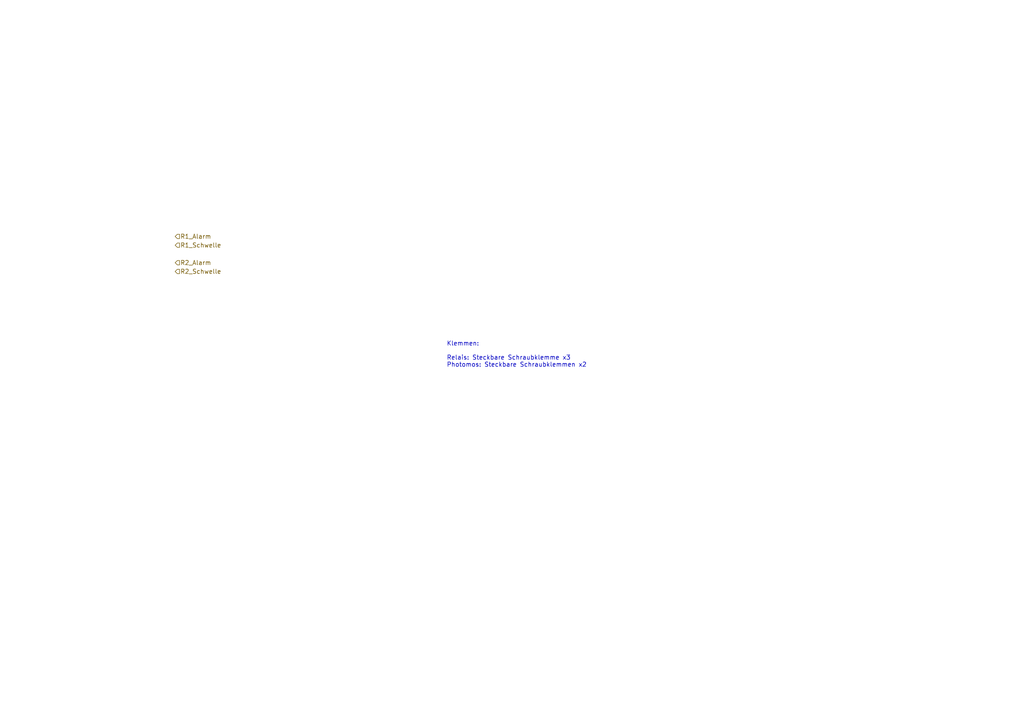
<source format=kicad_sch>
(kicad_sch (version 20220914) (generator eeschema)
  (paper "A4")
  (title_block (title "Schaltausgänge für Schaltschwelle und Alarmausgänge") (date "2023-01-22") (rev "0.1") (company "Institut für theoretischen Igorismus") (comment 1 "Philipp Hörauf") (comment 2 "Sven Schneider"))
  (lib_symbols)
  (text "Klemmen: \n\nRelais: Steckbare Schraubklemme x3\nPhotomos: Steckbare Schraubklemmen x2" (at 129.54 106.68 0) (effects (font (size 1.27 1.27)) (justify left bottom)))
  (hierarchical_label "R1_Alarm" (shape input) (at 50.8 68.58 0))
  (hierarchical_label "R2_Schwelle" (shape input) (at 50.8 78.74 0))
  (hierarchical_label "R1_Schwelle" (shape input) (at 50.8 71.12 0))
  (hierarchical_label "R2_Alarm" (shape input) (at 50.8 76.2 0))
)
</source>
